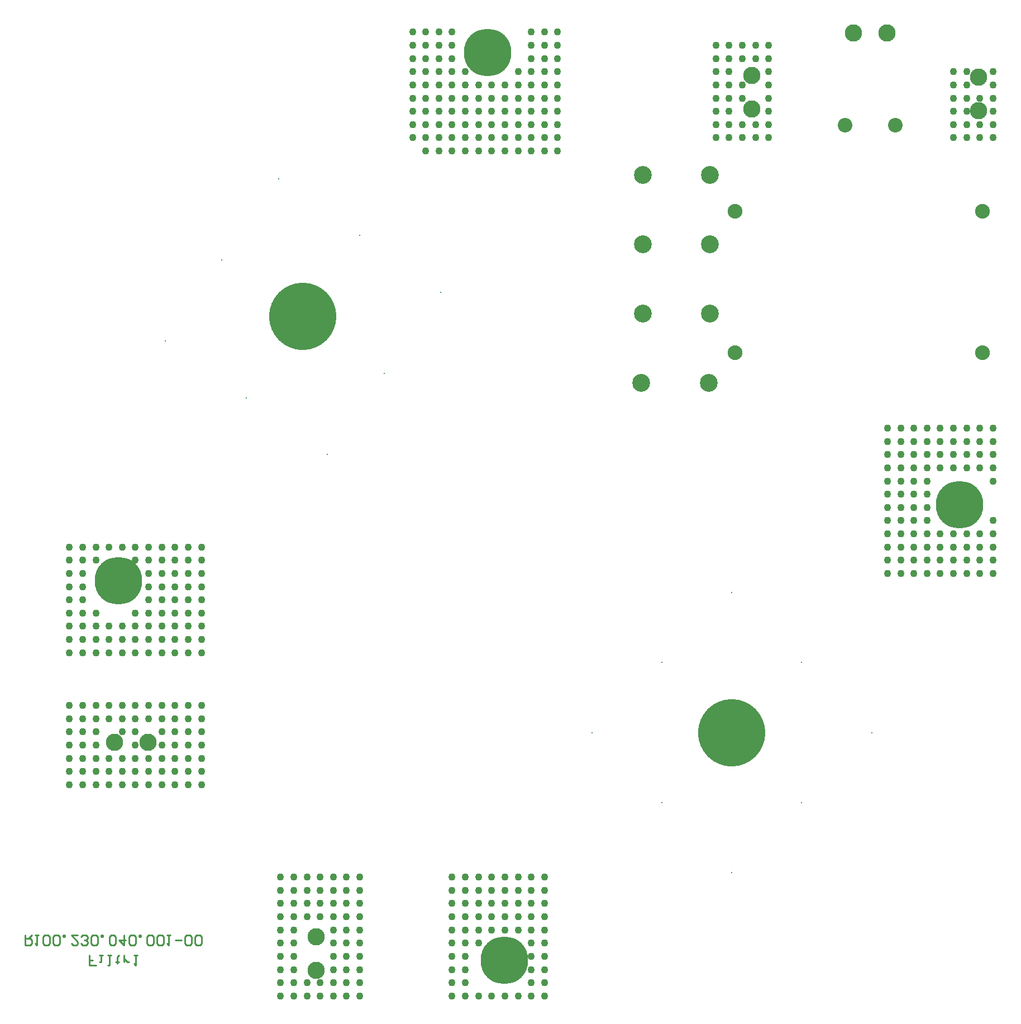
<source format=gbs>
G04 Layer_Color=16711935*
%FSLAX44Y44*%
%MOMM*%
G71*
G01*
G75*
%ADD25C,0.2500*%
%ADD28C,7.2032*%
%ADD29C,10.2032*%
%ADD30C,0.2032*%
%ADD31C,2.6162*%
%ADD32C,2.2352*%
%ADD33C,2.7032*%
%ADD34C,2.2032*%
%ADD35C,1.1032*%
D25*
X146258Y112611D02*
X136262D01*
Y120108D01*
X141260D01*
X136262D01*
Y127606D01*
X151257D02*
X156255D01*
X153756D01*
Y117609D01*
X151257D01*
X163753Y127606D02*
X168751D01*
X166252D01*
Y112611D01*
X163753D01*
X178748Y115110D02*
Y117609D01*
X176249D01*
X181247D01*
X178748D01*
Y125106D01*
X181247Y127606D01*
X188745Y117609D02*
Y127606D01*
Y122607D01*
X191244Y120108D01*
X193743Y117609D01*
X196242D01*
X203740Y127606D02*
X208738D01*
X206239D01*
Y112611D01*
X203740Y115110D01*
X38793Y157998D02*
Y143002D01*
X46291D01*
X48790Y145502D01*
Y150500D01*
X46291Y152999D01*
X38793D01*
X43792D02*
X48790Y157998D01*
X53788D02*
X58787D01*
X56288D01*
Y143002D01*
X53788Y145502D01*
X66284D02*
X68784Y143002D01*
X73782D01*
X76281Y145502D01*
Y155498D01*
X73782Y157998D01*
X68784D01*
X66284Y155498D01*
Y145502D01*
X81280D02*
X83779Y143002D01*
X88777D01*
X91276Y145502D01*
Y155498D01*
X88777Y157998D01*
X83779D01*
X81280Y155498D01*
Y145502D01*
X96275Y157998D02*
Y155498D01*
X98774D01*
Y157998D01*
X96275D01*
X118767D02*
X108771D01*
X118767Y148001D01*
Y145502D01*
X116268Y143002D01*
X111270D01*
X108771Y145502D01*
X123766D02*
X126265Y143002D01*
X131263D01*
X133763Y145502D01*
Y148001D01*
X131263Y150500D01*
X128764D01*
X131263D01*
X133763Y152999D01*
Y155498D01*
X131263Y157998D01*
X126265D01*
X123766Y155498D01*
X138761Y145502D02*
X141260Y143002D01*
X146259D01*
X148758Y145502D01*
Y155498D01*
X146259Y157998D01*
X141260D01*
X138761Y155498D01*
Y145502D01*
X153756Y157998D02*
Y155498D01*
X156255D01*
Y157998D01*
X153756D01*
X166252Y145502D02*
X168751Y143002D01*
X173750D01*
X176249Y145502D01*
Y155498D01*
X173750Y157998D01*
X168751D01*
X166252Y155498D01*
Y145502D01*
X188745Y157998D02*
Y143002D01*
X181247Y150500D01*
X191244D01*
X196242Y145502D02*
X198742Y143002D01*
X203740D01*
X206239Y145502D01*
Y155498D01*
X203740Y157998D01*
X198742D01*
X196242Y155498D01*
Y145502D01*
X211238Y157998D02*
Y155498D01*
X213737D01*
Y157998D01*
X211238D01*
X223734Y145502D02*
X226233Y143002D01*
X231231D01*
X233730Y145502D01*
Y155498D01*
X231231Y157998D01*
X226233D01*
X223734Y155498D01*
Y145502D01*
X238729D02*
X241228Y143002D01*
X246226D01*
X248725Y145502D01*
Y155498D01*
X246226Y157998D01*
X241228D01*
X238729Y155498D01*
Y145502D01*
X253724Y157998D02*
X258722D01*
X256223D01*
Y143002D01*
X253724Y145502D01*
X266220Y150500D02*
X276217D01*
X281215Y145502D02*
X283714Y143002D01*
X288713D01*
X291212Y145502D01*
Y155498D01*
X288713Y157998D01*
X283714D01*
X281215Y155498D01*
Y145502D01*
X296210D02*
X298709Y143002D01*
X303708D01*
X306207Y145502D01*
Y155498D01*
X303708Y157998D01*
X298709D01*
X296210Y155498D01*
Y145502D01*
D28*
X739905Y1494746D02*
D03*
X180299Y695110D02*
D03*
X765109Y119755D02*
D03*
X1455068Y810068D02*
D03*
D29*
X460000Y1095000D02*
D03*
X1110000Y465000D02*
D03*
D30*
X582873Y1008963D02*
D03*
X373964Y972127D02*
D03*
X337127Y1181037D02*
D03*
X546036Y1217873D02*
D03*
X423164Y1303909D02*
D03*
X496836Y886091D02*
D03*
X251091Y1058164D02*
D03*
X668909Y1131836D02*
D03*
X1322132Y465000D02*
D03*
X897868D02*
D03*
X1110000Y252868D02*
D03*
Y677132D02*
D03*
X1216066Y571066D02*
D03*
X1003934D02*
D03*
Y358934D02*
D03*
X1216066D02*
D03*
D31*
X1345000Y1525000D02*
D03*
X1294200D02*
D03*
X1484226Y1407200D02*
D03*
Y1458000D02*
D03*
X480000Y105000D02*
D03*
Y155800D02*
D03*
X1140000Y1460000D02*
D03*
Y1409200D02*
D03*
X225000Y450000D02*
D03*
X174200D02*
D03*
D32*
X1115000Y1040000D02*
D03*
X1490000D02*
D03*
Y1255000D02*
D03*
X1115000D02*
D03*
D33*
X975000Y1310000D02*
D03*
X1077000D02*
D03*
X975000Y1205000D02*
D03*
X1077000D02*
D03*
X975000Y1100000D02*
D03*
X1077000D02*
D03*
X973000Y995000D02*
D03*
X1075000D02*
D03*
D34*
X1358100Y1385000D02*
D03*
X1281900D02*
D03*
D35*
X1506001Y1466001D02*
D03*
Y1446001D02*
D03*
Y1426001D02*
D03*
Y1406001D02*
D03*
Y1386001D02*
D03*
Y1366001D02*
D03*
X1486001Y1426001D02*
D03*
Y1386001D02*
D03*
Y1366001D02*
D03*
X1466001Y1466001D02*
D03*
Y1446001D02*
D03*
Y1426001D02*
D03*
Y1406001D02*
D03*
Y1386001D02*
D03*
Y1366001D02*
D03*
X1446001Y1466001D02*
D03*
Y1446001D02*
D03*
Y1426001D02*
D03*
Y1406001D02*
D03*
Y1386001D02*
D03*
Y1366001D02*
D03*
X1166001Y1506001D02*
D03*
Y1486001D02*
D03*
Y1466001D02*
D03*
Y1446001D02*
D03*
Y1426001D02*
D03*
Y1406001D02*
D03*
Y1386001D02*
D03*
Y1366001D02*
D03*
X1146001Y1506001D02*
D03*
Y1486001D02*
D03*
Y1386001D02*
D03*
Y1366001D02*
D03*
X1126001Y1506001D02*
D03*
Y1486001D02*
D03*
Y1446001D02*
D03*
Y1426001D02*
D03*
Y1386001D02*
D03*
Y1366001D02*
D03*
X1106001Y1506001D02*
D03*
Y1486001D02*
D03*
Y1466001D02*
D03*
Y1446001D02*
D03*
Y1426001D02*
D03*
Y1406001D02*
D03*
Y1386001D02*
D03*
Y1366001D02*
D03*
X1086001Y1506001D02*
D03*
Y1486001D02*
D03*
Y1466001D02*
D03*
Y1446001D02*
D03*
Y1426001D02*
D03*
Y1406001D02*
D03*
Y1386001D02*
D03*
Y1366001D02*
D03*
X846001Y1526001D02*
D03*
Y1506001D02*
D03*
Y1486001D02*
D03*
Y1466001D02*
D03*
Y1446001D02*
D03*
Y1426001D02*
D03*
Y1406001D02*
D03*
Y1386001D02*
D03*
Y1366001D02*
D03*
Y1346001D02*
D03*
X826001Y1526001D02*
D03*
Y1506001D02*
D03*
Y1486001D02*
D03*
Y1466001D02*
D03*
Y1446001D02*
D03*
Y1426001D02*
D03*
Y1406001D02*
D03*
Y1386001D02*
D03*
Y1366001D02*
D03*
Y1346001D02*
D03*
X806001Y1526001D02*
D03*
Y1506001D02*
D03*
Y1486001D02*
D03*
Y1466001D02*
D03*
Y1446001D02*
D03*
Y1426001D02*
D03*
Y1406001D02*
D03*
Y1386001D02*
D03*
Y1366001D02*
D03*
Y1346001D02*
D03*
X786001Y1466001D02*
D03*
Y1446001D02*
D03*
Y1426001D02*
D03*
Y1406001D02*
D03*
Y1386001D02*
D03*
Y1366001D02*
D03*
Y1346001D02*
D03*
X766001Y1446001D02*
D03*
Y1426001D02*
D03*
Y1406001D02*
D03*
Y1386001D02*
D03*
Y1366001D02*
D03*
Y1346001D02*
D03*
X746001Y1446001D02*
D03*
Y1426001D02*
D03*
Y1406001D02*
D03*
Y1386001D02*
D03*
Y1366001D02*
D03*
Y1346001D02*
D03*
X726001Y1446001D02*
D03*
Y1426001D02*
D03*
Y1406001D02*
D03*
Y1386001D02*
D03*
Y1366001D02*
D03*
Y1346001D02*
D03*
X706001Y1466001D02*
D03*
Y1446001D02*
D03*
Y1426001D02*
D03*
Y1406001D02*
D03*
Y1386001D02*
D03*
Y1366001D02*
D03*
Y1346001D02*
D03*
X686001Y1526001D02*
D03*
Y1506001D02*
D03*
Y1486001D02*
D03*
Y1466001D02*
D03*
Y1446001D02*
D03*
Y1426001D02*
D03*
Y1406001D02*
D03*
Y1386001D02*
D03*
Y1366001D02*
D03*
Y1346001D02*
D03*
X666001Y1526001D02*
D03*
Y1506001D02*
D03*
Y1486001D02*
D03*
Y1466001D02*
D03*
Y1446001D02*
D03*
Y1426001D02*
D03*
Y1406001D02*
D03*
Y1386001D02*
D03*
Y1366001D02*
D03*
Y1346001D02*
D03*
X646001Y1526001D02*
D03*
Y1506001D02*
D03*
Y1486001D02*
D03*
Y1466001D02*
D03*
Y1446001D02*
D03*
Y1426001D02*
D03*
Y1406001D02*
D03*
Y1386001D02*
D03*
Y1366001D02*
D03*
Y1346001D02*
D03*
X626001Y1526001D02*
D03*
Y1506001D02*
D03*
Y1486001D02*
D03*
Y1466001D02*
D03*
Y1446001D02*
D03*
Y1426001D02*
D03*
Y1406001D02*
D03*
Y1386001D02*
D03*
Y1366001D02*
D03*
X1506001Y926001D02*
D03*
Y906001D02*
D03*
Y886001D02*
D03*
Y866001D02*
D03*
Y846001D02*
D03*
Y786001D02*
D03*
Y766001D02*
D03*
Y746001D02*
D03*
Y726001D02*
D03*
Y706001D02*
D03*
X1486001Y926001D02*
D03*
Y906001D02*
D03*
Y886001D02*
D03*
Y866001D02*
D03*
Y766001D02*
D03*
Y746001D02*
D03*
Y726001D02*
D03*
Y706001D02*
D03*
X1466001Y926001D02*
D03*
Y906001D02*
D03*
Y886001D02*
D03*
Y866001D02*
D03*
Y766001D02*
D03*
Y746001D02*
D03*
Y726001D02*
D03*
Y706001D02*
D03*
X1446001Y926001D02*
D03*
Y906001D02*
D03*
Y886001D02*
D03*
Y866001D02*
D03*
Y766001D02*
D03*
Y746001D02*
D03*
Y726001D02*
D03*
Y706001D02*
D03*
X1426001Y926001D02*
D03*
Y906001D02*
D03*
Y886001D02*
D03*
Y866001D02*
D03*
Y766001D02*
D03*
Y746001D02*
D03*
Y726001D02*
D03*
Y706001D02*
D03*
X1406001Y926001D02*
D03*
Y906001D02*
D03*
Y886001D02*
D03*
Y866001D02*
D03*
Y846001D02*
D03*
Y826001D02*
D03*
Y806001D02*
D03*
Y786001D02*
D03*
Y766001D02*
D03*
Y746001D02*
D03*
Y726001D02*
D03*
Y706001D02*
D03*
X1386001Y926001D02*
D03*
Y906001D02*
D03*
Y886001D02*
D03*
Y866001D02*
D03*
Y846001D02*
D03*
Y826001D02*
D03*
Y806001D02*
D03*
Y786001D02*
D03*
Y766001D02*
D03*
Y746001D02*
D03*
Y726001D02*
D03*
Y706001D02*
D03*
X1366001Y926001D02*
D03*
Y906001D02*
D03*
Y886001D02*
D03*
Y866001D02*
D03*
Y846001D02*
D03*
Y826001D02*
D03*
Y806001D02*
D03*
Y786001D02*
D03*
Y766001D02*
D03*
Y746001D02*
D03*
Y726001D02*
D03*
Y706001D02*
D03*
X1346001Y926001D02*
D03*
Y906001D02*
D03*
Y886001D02*
D03*
Y866001D02*
D03*
Y846001D02*
D03*
Y826001D02*
D03*
Y806001D02*
D03*
Y786001D02*
D03*
Y766001D02*
D03*
Y746001D02*
D03*
Y726001D02*
D03*
Y706001D02*
D03*
X306000Y746001D02*
D03*
Y726001D02*
D03*
Y706001D02*
D03*
Y686001D02*
D03*
Y666001D02*
D03*
Y646001D02*
D03*
Y626001D02*
D03*
Y606001D02*
D03*
Y586001D02*
D03*
X286000Y746001D02*
D03*
Y726001D02*
D03*
Y706001D02*
D03*
Y686001D02*
D03*
Y666001D02*
D03*
Y646001D02*
D03*
Y626001D02*
D03*
Y606001D02*
D03*
Y586001D02*
D03*
X266000Y746001D02*
D03*
Y726001D02*
D03*
Y706001D02*
D03*
Y686001D02*
D03*
Y666001D02*
D03*
Y646001D02*
D03*
Y626001D02*
D03*
Y606001D02*
D03*
Y586001D02*
D03*
X246000Y746001D02*
D03*
Y726001D02*
D03*
Y706001D02*
D03*
Y686001D02*
D03*
Y666001D02*
D03*
Y646001D02*
D03*
Y626001D02*
D03*
Y606001D02*
D03*
Y586001D02*
D03*
X226000Y746001D02*
D03*
Y726001D02*
D03*
Y706001D02*
D03*
Y686001D02*
D03*
Y666001D02*
D03*
Y646001D02*
D03*
Y626001D02*
D03*
Y606001D02*
D03*
Y586001D02*
D03*
X206000Y746001D02*
D03*
Y726001D02*
D03*
Y646001D02*
D03*
Y626001D02*
D03*
Y606001D02*
D03*
Y586001D02*
D03*
X186000Y746001D02*
D03*
Y626001D02*
D03*
Y606001D02*
D03*
Y586001D02*
D03*
X166000Y746001D02*
D03*
Y626001D02*
D03*
Y606001D02*
D03*
Y586001D02*
D03*
X146000Y746001D02*
D03*
Y726001D02*
D03*
Y646001D02*
D03*
Y626001D02*
D03*
Y606001D02*
D03*
Y586001D02*
D03*
X126000Y746001D02*
D03*
Y726001D02*
D03*
Y706001D02*
D03*
Y686001D02*
D03*
Y666001D02*
D03*
Y646001D02*
D03*
Y626001D02*
D03*
Y606001D02*
D03*
Y586001D02*
D03*
X106000Y746001D02*
D03*
Y726001D02*
D03*
Y706001D02*
D03*
Y686001D02*
D03*
Y666001D02*
D03*
Y646001D02*
D03*
Y626001D02*
D03*
Y606001D02*
D03*
Y586001D02*
D03*
X306000Y506000D02*
D03*
Y486000D02*
D03*
Y466000D02*
D03*
Y446000D02*
D03*
Y426000D02*
D03*
Y406000D02*
D03*
Y386000D02*
D03*
X286000Y506000D02*
D03*
Y486000D02*
D03*
Y466000D02*
D03*
Y446000D02*
D03*
Y426000D02*
D03*
Y406000D02*
D03*
Y386000D02*
D03*
X266000Y506000D02*
D03*
Y486000D02*
D03*
Y466000D02*
D03*
Y446000D02*
D03*
Y426000D02*
D03*
Y406000D02*
D03*
Y386000D02*
D03*
X246000Y506000D02*
D03*
Y486000D02*
D03*
Y466000D02*
D03*
Y446000D02*
D03*
Y426000D02*
D03*
Y406000D02*
D03*
Y386000D02*
D03*
X226000Y506000D02*
D03*
Y486000D02*
D03*
Y426000D02*
D03*
Y406000D02*
D03*
Y386000D02*
D03*
X206000Y506000D02*
D03*
Y486000D02*
D03*
Y466000D02*
D03*
Y446000D02*
D03*
Y426000D02*
D03*
Y406000D02*
D03*
Y386000D02*
D03*
X186000Y506000D02*
D03*
Y486000D02*
D03*
Y466000D02*
D03*
Y426000D02*
D03*
Y406000D02*
D03*
Y386000D02*
D03*
X166000Y506000D02*
D03*
Y486000D02*
D03*
Y426000D02*
D03*
Y406000D02*
D03*
Y386000D02*
D03*
X146000Y506000D02*
D03*
Y486000D02*
D03*
Y466000D02*
D03*
Y446000D02*
D03*
Y426000D02*
D03*
Y406000D02*
D03*
Y386000D02*
D03*
X126000Y506000D02*
D03*
Y486000D02*
D03*
Y466000D02*
D03*
Y446000D02*
D03*
Y426000D02*
D03*
Y406000D02*
D03*
Y386000D02*
D03*
X106000Y506000D02*
D03*
Y486000D02*
D03*
Y466000D02*
D03*
Y446000D02*
D03*
Y426000D02*
D03*
Y406000D02*
D03*
Y386000D02*
D03*
X826001Y246000D02*
D03*
Y226000D02*
D03*
Y206000D02*
D03*
Y186000D02*
D03*
Y166000D02*
D03*
Y146000D02*
D03*
Y126000D02*
D03*
Y106000D02*
D03*
Y86000D02*
D03*
Y66000D02*
D03*
X806001Y246000D02*
D03*
Y226000D02*
D03*
Y206000D02*
D03*
Y186000D02*
D03*
Y166000D02*
D03*
Y146000D02*
D03*
Y126000D02*
D03*
Y106000D02*
D03*
Y86000D02*
D03*
Y66000D02*
D03*
X786001Y246000D02*
D03*
Y226000D02*
D03*
Y206000D02*
D03*
Y186000D02*
D03*
Y166000D02*
D03*
Y66000D02*
D03*
X766001Y246000D02*
D03*
Y226000D02*
D03*
Y206000D02*
D03*
Y186000D02*
D03*
Y166000D02*
D03*
Y66000D02*
D03*
X746001Y246000D02*
D03*
Y226000D02*
D03*
Y206000D02*
D03*
Y186000D02*
D03*
Y166000D02*
D03*
Y66000D02*
D03*
X726001Y246000D02*
D03*
Y226000D02*
D03*
Y206000D02*
D03*
Y186000D02*
D03*
Y166000D02*
D03*
Y146000D02*
D03*
Y66000D02*
D03*
X706001Y246000D02*
D03*
Y226000D02*
D03*
Y206000D02*
D03*
Y186000D02*
D03*
Y166000D02*
D03*
Y146000D02*
D03*
Y126000D02*
D03*
Y106000D02*
D03*
Y86000D02*
D03*
Y66000D02*
D03*
X686001Y246000D02*
D03*
Y226000D02*
D03*
Y206000D02*
D03*
Y186000D02*
D03*
Y166000D02*
D03*
Y146000D02*
D03*
Y126000D02*
D03*
Y106000D02*
D03*
Y86000D02*
D03*
Y66000D02*
D03*
X546000Y246000D02*
D03*
Y226000D02*
D03*
Y206000D02*
D03*
Y186000D02*
D03*
Y166000D02*
D03*
Y146000D02*
D03*
Y126000D02*
D03*
Y106000D02*
D03*
Y86000D02*
D03*
Y66000D02*
D03*
X526000Y246000D02*
D03*
Y226000D02*
D03*
Y206000D02*
D03*
Y186000D02*
D03*
Y166000D02*
D03*
Y146000D02*
D03*
Y126000D02*
D03*
Y106000D02*
D03*
Y86000D02*
D03*
Y66000D02*
D03*
X506000Y246000D02*
D03*
Y226000D02*
D03*
Y206000D02*
D03*
Y186000D02*
D03*
Y166000D02*
D03*
Y146000D02*
D03*
Y126000D02*
D03*
Y106000D02*
D03*
Y86000D02*
D03*
Y66000D02*
D03*
X486000Y246000D02*
D03*
Y226000D02*
D03*
Y206000D02*
D03*
Y186000D02*
D03*
Y86000D02*
D03*
Y66000D02*
D03*
X466000Y246000D02*
D03*
Y226000D02*
D03*
Y206000D02*
D03*
Y186000D02*
D03*
Y86000D02*
D03*
Y66000D02*
D03*
X446000Y246000D02*
D03*
Y226000D02*
D03*
Y206000D02*
D03*
Y186000D02*
D03*
Y166000D02*
D03*
Y146000D02*
D03*
Y126000D02*
D03*
Y106000D02*
D03*
Y86000D02*
D03*
Y66000D02*
D03*
X426000Y246000D02*
D03*
Y226000D02*
D03*
Y206000D02*
D03*
Y186000D02*
D03*
Y166000D02*
D03*
Y146000D02*
D03*
Y126000D02*
D03*
Y106000D02*
D03*
Y86000D02*
D03*
Y66000D02*
D03*
M02*

</source>
